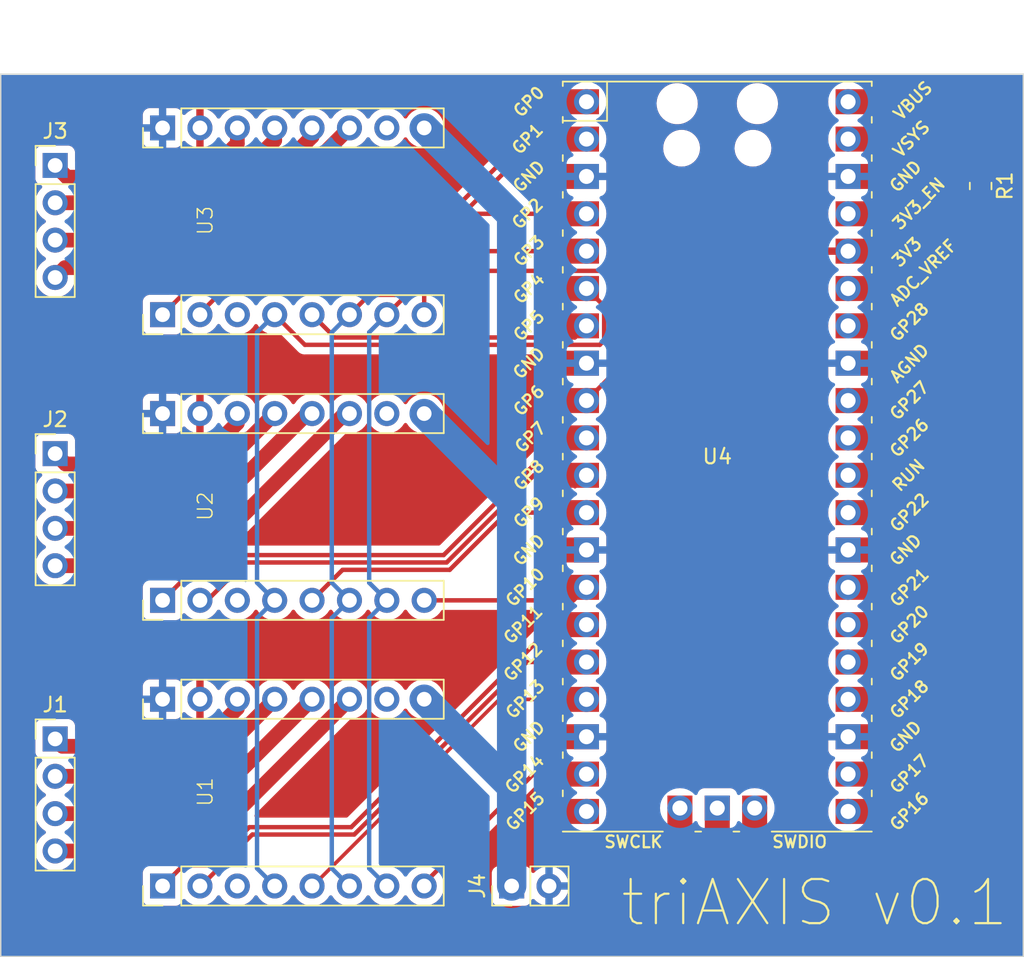
<source format=kicad_pcb>
(kicad_pcb (version 20221018) (generator pcbnew)
  (layers (0 "F.Cu" signal) (31 "B.Cu" signal) (34 "B.Paste" user) (35 "F.Paste" user) (36 "B.SilkS" user "B.Silkscreen") (37 "F.SilkS" user "F.Silkscreen") (38 "B.Mask" user) (39 "F.Mask" user) (44 "Edge.Cuts" user))
  (net 0 "")
  (net 1 "Net-(J1-Pin_1)")
  (net 2 "Net-(J1-Pin_2)")
  (net 3 "Net-(J1-Pin_3)")
  (net 4 "Net-(J1-Pin_4)")
  (net 5 "Net-(J2-Pin_1)")
  (net 6 "Net-(J2-Pin_2)")
  (net 7 "Net-(J2-Pin_3)")
  (net 8 "Net-(J2-Pin_4)")
  (net 9 "Net-(J3-Pin_1)")
  (net 10 "Net-(J3-Pin_2)")
  (net 11 "Net-(J3-Pin_3)")
  (net 12 "Net-(J3-Pin_4)")
  (net 13 "+12V")
  (net 14 "GND")
  (net 15 "Net-(U4-VSYS)")
  (net 16 "Net-(U4-3V3_EN)")
  (net 17 "+3.3V")
  (net 35 "Net-(U3-Step)")
  (net 36 "Net-(U3-En)")
  (net 37 "Net-(U3-Dir)")
  (net 38 "Net-(U3-CS)")
  (net 39 "Net-(U2-Step)")
  (net 40 "Net-(U2-En)")
  (net 41 "Net-(U2-Dir)")
  (net 42 "Net-(U2-CS)")
  (net 43 "Net-(U1-Step)")
  (net 44 "Net-(U1-SDO)")
  (net 45 "Net-(U1-SDI)")
  (net 46 "Net-(U1-SCK)")
  (net 47 "Net-(U1-En)")
  (net 48 "Net-(U1-Dir)")
  (net 49 "Net-(U1-CS)")
  (footprint "Connector_PinHeader_2.54mm:PinHeader_1x04_P2.54mm_Vertical" (layer "F.Cu") (at 75 50.8)
    (fp_text reference "J2" (at 0 -2.33) (layer "F.SilkS"))
    (fp_text value "Conn_01x04")
    (fp_line (start -1.33 -1.33) (end 0 -1.33) (stroke (width 0.12)) (layer "F.SilkS"))
    (fp_line (start -1.33 0) (end -1.33 -1.33) (stroke (width 0.12)) (layer "F.SilkS"))
    (fp_line (start -1.33 1.27) (end -1.33 8.95) (stroke (width 0.12)) (layer "F.SilkS"))
    (fp_line (start -1.33 1.27) (end 1.33 1.27) (stroke (width 0.12)) (layer "F.SilkS"))
    (fp_line (start -1.33 8.95) (end 1.33 8.95) (stroke (width 0.12)) (layer "F.SilkS"))
    (fp_line (start 1.33 1.27) (end 1.33 8.95) (stroke (width 0.12)) (layer "F.SilkS"))
    (pad "1" thru_hole rect (at 0 0) (size 1.7 1.7) (drill 1) (layers "*.Cu" "*.Mask") (net 5 "Net-(J2-Pin_1)"))
    (pad "2" thru_hole oval (at 0 2.54) (size 1.7 1.7) (drill 1) (layers "*.Cu" "*.Mask") (net 6 "Net-(J2-Pin_2)"))
    (pad "3" thru_hole oval (at 0 5.08) (size 1.7 1.7) (drill 1) (layers "*.Cu" "*.Mask") (net 7 "Net-(J2-Pin_3)"))
    (pad "4" thru_hole oval (at 0 7.62) (size 1.7 1.7) (drill 1) (layers "*.Cu" "*.Mask") (net 8 "Net-(J2-Pin_4)"))
  )
  (footprint "Connector_PinHeader_2.54mm:PinHeader_1x04_P2.54mm_Vertical" (layer "F.Cu") (at 75 70.2)
    (fp_text reference "J1" (at 0 -2.33) (layer "F.SilkS"))
    (fp_text value "Conn_01x04" hide)
    (fp_line (start -1.33 -1.33) (end 0 -1.33) (stroke (width 0.12)) (layer "F.SilkS"))
    (fp_line (start -1.33 0) (end -1.33 -1.33) (stroke (width 0.12)) (layer "F.SilkS"))
    (fp_line (start -1.33 1.27) (end -1.33 8.95) (stroke (width 0.12)) (layer "F.SilkS"))
    (fp_line (start -1.33 1.27) (end 1.33 1.27) (stroke (width 0.12)) (layer "F.SilkS"))
    (fp_line (start -1.33 8.95) (end 1.33 8.95) (stroke (width 0.12)) (layer "F.SilkS"))
    (fp_line (start 1.33 1.27) (end 1.33 8.95) (stroke (width 0.12)) (layer "F.SilkS"))
    (pad "1" thru_hole rect (at 0 0) (size 1.7 1.7) (drill 1) (layers "*.Cu" "*.Mask") (net 1 "Net-(J1-Pin_1)"))
    (pad "2" thru_hole oval (at 0 2.54) (size 1.7 1.7) (drill 1) (layers "*.Cu" "*.Mask") (net 2 "Net-(J1-Pin_2)"))
    (pad "3" thru_hole oval (at 0 5.08) (size 1.7 1.7) (drill 1) (layers "*.Cu" "*.Mask") (net 3 "Net-(J1-Pin_3)"))
    (pad "4" thru_hole oval (at 0 7.62) (size 1.7 1.7) (drill 1) (layers "*.Cu" "*.Mask") (net 4 "Net-(J1-Pin_4)"))
  )
  (footprint "motors:SILENTSTEPSTICK" (layer "F.Cu") (at 85.7 54.375 90)
    (fp_text reference "U2" (at 0 -0.5 90 unlocked) (layer "F.SilkS") (effects (font (thickness 0.1))))
    (fp_text value "~")
    (fp_line (start -7.73 -4.73) (end -6.4 -4.73) (stroke (width 0.12)) (layer "F.SilkS"))
    (fp_line (start -7.73 -3.4) (end -7.73 -4.73) (stroke (width 0.12)) (layer "F.SilkS"))
    (fp_line (start -7.73 -2.13) (end -7.73 15.71) (stroke (width 0.12)) (layer "F.SilkS"))
    (fp_line (start -7.73 -2.13) (end -5.07 -2.13) (stroke (width 0.12)) (layer "F.SilkS"))
    (fp_line (start -7.73 15.71) (end -5.07 15.71) (stroke (width 0.12)) (layer "F.SilkS"))
    (fp_line (start -5.07 -2.13) (end -5.07 15.71) (stroke (width 0.12)) (layer "F.SilkS"))
    (fp_line (start 4.97 -4.73) (end 6.3 -4.73) (stroke (width 0.12)) (layer "F.SilkS"))
    (fp_line (start 4.97 -3.4) (end 4.97 -4.73) (stroke (width 0.12)) (layer "F.SilkS"))
    (fp_line (start 4.97 -2.13) (end 4.97 15.71) (stroke (width 0.12)) (layer "F.SilkS"))
    (fp_line (start 4.97 -2.13) (end 7.63 -2.13) (stroke (width 0.12)) (layer "F.SilkS"))
    (fp_line (start 4.97 15.71) (end 7.63 15.71) (stroke (width 0.12)) (layer "F.SilkS"))
    (fp_line (start 7.63 -2.13) (end 7.63 15.71) (stroke (width 0.12)) (layer "F.SilkS"))
    (pad "1" thru_hole rect (at -6.4 -3.4 90) (size 1.7 1.7) (drill 1) (layers "*.Cu" "*.Mask") (net 41 "Net-(U2-Dir)"))
    (pad "2" thru_hole oval (at -6.4 -0.86 90) (size 1.7 1.7) (drill 1) (layers "*.Cu" "*.Mask") (net 39 "Net-(U2-Step)"))
    (pad "3" thru_hole oval (at -6.4 1.68 90) (size 1.7 1.7) (drill 1) (layers "*.Cu" "*.Mask"))
    (pad "4" thru_hole oval (at -6.4 4.22 90) (size 1.7 1.7) (drill 1) (layers "*.Cu" "*.Mask") (net 44 "Net-(U1-SDO)"))
    (pad "5" thru_hole oval (at -6.4 6.76 90) (size 1.7 1.7) (drill 1) (layers "*.Cu" "*.Mask") (net 42 "Net-(U2-CS)"))
    (pad "6" thru_hole oval (at -6.4 9.3 90) (size 1.7 1.7) (drill 1) (layers "*.Cu" "*.Mask") (net 46 "Net-(U1-SCK)"))
    (pad "7" thru_hole oval (at -6.4 11.84 90) (size 1.7 1.7) (drill 1) (layers "*.Cu" "*.Mask") (net 45 "Net-(U1-SDI)"))
    (pad "8" thru_hole oval (at -6.4 14.38 90) (size 1.7 1.7) (drill 1) (layers "*.Cu" "*.Mask") (net 40 "Net-(U2-En)"))
    (pad "9" thru_hole oval (at 6.3 14.38 90) (size 1.7 1.7) (drill 1) (layers "*.Cu" "*.Mask") (net 13 "+12V"))
    (pad "10" thru_hole oval (at 6.3 11.84 90) (size 1.7 1.7) (drill 1) (layers "*.Cu" "*.Mask"))
    (pad "11" thru_hole oval (at 6.3 9.3 90) (size 1.7 1.7) (drill 1) (layers "*.Cu" "*.Mask") (net 8 "Net-(J2-Pin_4)"))
    (pad "12" thru_hole oval (at 6.3 6.76 90) (size 1.7 1.7) (drill 1) (layers "*.Cu" "*.Mask") (net 7 "Net-(J2-Pin_3)"))
    (pad "13" thru_hole oval (at 6.3 4.22 90) (size 1.7 1.7) (drill 1) (layers "*.Cu" "*.Mask") (net 6 "Net-(J2-Pin_2)"))
    (pad "14" thru_hole oval (at 6.3 1.68 90) (size 1.7 1.7) (drill 1) (layers "*.Cu" "*.Mask") (net 5 "Net-(J2-Pin_1)"))
    (pad "15" thru_hole oval (at 6.3 -0.86 90) (size 1.7 1.7) (drill 1) (layers "*.Cu" "*.Mask") (net 17 "+3.3V"))
    (pad "16" thru_hole rect (at 6.3 -3.4 90) (size 1.7 1.7) (drill 1) (layers "*.Cu" "*.Mask") (net 14 "GND"))
  )
  (footprint "Connector_PinHeader_2.54mm:PinHeader_1x02_P2.54mm_Vertical" (layer "F.Cu") (at 106.025 80.2 90)
    (fp_text reference "J4" (at 0 -2.33 90) (layer "F.SilkS"))
    (fp_text value "Conn_01x02")
    (fp_line (start -1.33 -1.33) (end 0 -1.33) (stroke (width 0.12)) (layer "F.SilkS"))
    (fp_line (start -1.33 0) (end -1.33 -1.33) (stroke (width 0.12)) (layer "F.SilkS"))
    (fp_line (start -1.33 1.27) (end -1.33 3.87) (stroke (width 0.12)) (layer "F.SilkS"))
    (fp_line (start -1.33 1.27) (end 1.33 1.27) (stroke (width 0.12)) (layer "F.SilkS"))
    (fp_line (start -1.33 3.87) (end 1.33 3.87) (stroke (width 0.12)) (layer "F.SilkS"))
    (fp_line (start 1.33 1.27) (end 1.33 3.87) (stroke (width 0.12)) (layer "F.SilkS"))
    (pad "1" thru_hole rect (at 0 0 90) (size 1.7 1.7) (drill 1) (layers "*.Cu" "*.Mask") (net 13 "+12V"))
    (pad "2" thru_hole oval (at 0 2.54 90) (size 1.7 1.7) (drill 1) (layers "*.Cu" "*.Mask") (net 14 "GND"))
  )
  (footprint "motors:SILENTSTEPSTICK" (layer "F.Cu") (at 85.7 73.8 90)
    (fp_text reference "U1" (at 0 -0.5 90 unlocked) (layer "F.SilkS") (effects (font (thickness 0.1))))
    (fp_text value "~")
    (fp_line (start -7.73 -4.73) (end -6.4 -4.73) (stroke (width 0.12)) (layer "F.SilkS"))
    (fp_line (start -7.73 -3.4) (end -7.73 -4.73) (stroke (width 0.12)) (layer "F.SilkS"))
    (fp_line (start -7.73 -2.13) (end -7.73 15.71) (stroke (width 0.12)) (layer "F.SilkS"))
    (fp_line (start -7.73 -2.13) (end -5.07 -2.13) (stroke (width 0.12)) (layer "F.SilkS"))
    (fp_line (start -7.73 15.71) (end -5.07 15.71) (stroke (width 0.12)) (layer "F.SilkS"))
    (fp_line (start -5.07 -2.13) (end -5.07 15.71) (stroke (width 0.12)) (layer "F.SilkS"))
    (fp_line (start 4.97 -4.73) (end 6.3 -4.73) (stroke (width 0.12)) (layer "F.SilkS"))
    (fp_line (start 4.97 -3.4) (end 4.97 -4.73) (stroke (width 0.12)) (layer "F.SilkS"))
    (fp_line (start 4.97 -2.13) (end 4.97 15.71) (stroke (width 0.12)) (layer "F.SilkS"))
    (fp_line (start 4.97 -2.13) (end 7.63 -2.13) (stroke (width 0.12)) (layer "F.SilkS"))
    (fp_line (start 4.97 15.71) (end 7.63 15.71) (stroke (width 0.12)) (layer "F.SilkS"))
    (fp_line (start 7.63 -2.13) (end 7.63 15.71) (stroke (width 0.12)) (layer "F.SilkS"))
    (pad "1" thru_hole rect (at -6.4 -3.4 90) (size 1.7 1.7) (drill 1) (layers "*.Cu" "*.Mask") (net 48 "Net-(U1-Dir)"))
    (pad "2" thru_hole oval (at -6.4 -0.86 90) (size 1.7 1.7) (drill 1) (layers "*.Cu" "*.Mask") (net 43 "Net-(U1-Step)"))
    (pad "3" thru_hole oval (at -6.4 1.68 90) (size 1.7 1.7) (drill 1) (layers "*.Cu" "*.Mask"))
    (pad "4" thru_hole oval (at -6.4 4.22 90) (size 1.7 1.7) (drill 1) (layers "*.Cu" "*.Mask") (net 44 "Net-(U1-SDO)"))
    (pad "5" thru_hole oval (at -6.4 6.76 90) (size 1.7 1.7) (drill 1) (layers "*.Cu" "*.Mask") (net 49 "Net-(U1-CS)"))
    (pad "6" thru_hole oval (at -6.4 9.3 90) (size 1.7 1.7) (drill 1) (layers "*.Cu" "*.Mask") (net 46 "Net-(U1-SCK)"))
    (pad "7" thru_hole oval (at -6.4 11.84 90) (size 1.7 1.7) (drill 1) (layers "*.Cu" "*.Mask") (net 45 "Net-(U1-SDI)"))
    (pad "8" thru_hole oval (at -6.4 14.38 90) (size 1.7 1.7) (drill 1) (layers "*.Cu" "*.Mask") (net 47 "Net-(U1-En)"))
    (pad "9" thru_hole oval (at 6.3 14.38 90) (size 1.7 1.7) (drill 1) (layers "*.Cu" "*.Mask") (net 13 "+12V"))
    (pad "10" thru_hole oval (at 6.3 11.84 90) (size 1.7 1.7) (drill 1) (layers "*.Cu" "*.Mask"))
    (pad "11" thru_hole oval (at 6.3 9.3 90) (size 1.7 1.7) (drill 1) (layers "*.Cu" "*.Mask") (net 4 "Net-(J1-Pin_4)"))
    (pad "12" thru_hole oval (at 6.3 6.76 90) (size 1.7 1.7) (drill 1) (layers "*.Cu" "*.Mask") (net 3 "Net-(J1-Pin_3)"))
    (pad "13" thru_hole oval (at 6.3 4.22 90) (size 1.7 1.7) (drill 1) (layers "*.Cu" "*.Mask") (net 2 "Net-(J1-Pin_2)"))
    (pad "14" thru_hole oval (at 6.3 1.68 90) (size 1.7 1.7) (drill 1) (layers "*.Cu" "*.Mask") (net 1 "Net-(J1-Pin_1)"))
    (pad "15" thru_hole oval (at 6.3 -0.86 90) (size 1.7 1.7) (drill 1) (layers "*.Cu" "*.Mask") (net 17 "+3.3V"))
    (pad "16" thru_hole rect (at 6.3 -3.4 90) (size 1.7 1.7) (drill 1) (layers "*.Cu" "*.Mask") (net 14 "GND"))
  )
  (footprint "Connector_PinHeader_2.54mm:PinHeader_1x04_P2.54mm_Vertical" (layer "F.Cu") (at 75 31.2)
    (fp_text reference "J3" (at 0 -2.33) (layer "F.SilkS"))
    (fp_text value "Conn_01x04")
    (fp_line (start -1.33 -1.33) (end 0 -1.33) (stroke (width 0.12)) (layer "F.SilkS"))
    (fp_line (start -1.33 0) (end -1.33 -1.33) (stroke (width 0.12)) (layer "F.SilkS"))
    (fp_line (start -1.33 1.27) (end -1.33 8.95) (stroke (width 0.12)) (layer "F.SilkS"))
    (fp_line (start -1.33 1.27) (end 1.33 1.27) (stroke (width 0.12)) (layer "F.SilkS"))
    (fp_line (start -1.33 8.95) (end 1.33 8.95) (stroke (width 0.12)) (layer "F.SilkS"))
    (fp_line (start 1.33 1.27) (end 1.33 8.95) (stroke (width 0.12)) (layer "F.SilkS"))
    (pad "1" thru_hole rect (at 0 0) (size 1.7 1.7) (drill 1) (layers "*.Cu" "*.Mask") (net 9 "Net-(J3-Pin_1)"))
    (pad "2" thru_hole oval (at 0 2.54) (size 1.7 1.7) (drill 1) (layers "*.Cu" "*.Mask") (net 10 "Net-(J3-Pin_2)"))
    (pad "3" thru_hole oval (at 0 5.08) (size 1.7 1.7) (drill 1) (layers "*.Cu" "*.Mask") (net 11 "Net-(J3-Pin_3)"))
    (pad "4" thru_hole oval (at 0 7.62) (size 1.7 1.7) (drill 1) (layers "*.Cu" "*.Mask") (net 12 "Net-(J3-Pin_4)"))
  )
  (footprint "pico:RPi_Pico_SMD_TH" (layer "F.Cu") (at 120 51)
    (fp_text reference "U4" (at 0 0) (layer "F.SilkS"))
    (fp_text value "Pico")
    (fp_text user "GP20" (at 13.054 11.43 45) (layer "F.SilkS") (effects (font (size 0.8 0.8))))
    (fp_text user "GP10" (at -13.054 8.89 45) (layer "F.SilkS") (effects (font (size 0.8 0.8))))
    (fp_text user "GP14" (at -13.1 21.59 45) (layer "F.SilkS") (effects (font (size 0.8 0.8))))
    (fp_text user "GND" (at -12.8 19.05 45) (layer "F.SilkS") (effects (font (size 0.8 0.8))))
    (fp_text user "GP5" (at -12.8 -8.89 45) (layer "F.SilkS") (effects (font (size 0.8 0.8))))
    (fp_text user "VBUS" (at 13.3 -24.2 45) (layer "F.SilkS") (effects (font (size 0.8 0.8))))
    (fp_text user "GP2" (at -12.9 -16.51 45) (layer "F.SilkS") (effects (font (size 0.8 0.8))))
    (fp_text user "GP6" (at -12.8 -3.81 45) (layer "F.SilkS") (effects (font (size 0.8 0.8))))
    (fp_text user "VSYS" (at 13.2 -21.59 45) (layer "F.SilkS") (effects (font (size 0.8 0.8))))
    (fp_text user "GP7" (at -12.7 -1.3 45) (layer "F.SilkS") (effects (font (size 0.8 0.8))))
    (fp_text user "ADC_VREF" (at 14 -12.5 45) (layer "F.SilkS") (effects (font (size 0.8 0.8))))
    (fp_text user "GP8" (at -12.8 1.27 45) (layer "F.SilkS") (effects (font (size 0.8 0.8))))
    (fp_text user "GND" (at 12.8 19.05 45) (layer "F.SilkS") (effects (font (size 0.8 0.8))))
    (fp_text user "RUN" (at 13 1.27 45) (layer "F.SilkS") (effects (font (size 0.8 0.8))))
    (fp_text user "GP12" (at -13.2 13.97 45) (layer "F.SilkS") (effects (font (size 0.8 0.8))))
    (fp_text user "GP17" (at 13.054 21.59 45) (layer "F.SilkS") (effects (font (size 0.8 0.8))))
    (fp_text user "GP21" (at 13.054 8.9 45) (layer "F.SilkS") (effects (font (size 0.8 0.8))))
    (fp_text user "GP15" (at -13.054 24.13 45) (layer "F.SilkS") (effects (font (size 0.8 0.8))))
    (fp_text user "GP28" (at 13.054 -9.144 45) (layer "F.SilkS") (effects (font (size 0.8 0.8))))
    (fp_text user "GP26" (at 13.054 -1.27 45) (layer "F.SilkS") (effects (font (size 0.8 0.8))))
    (fp_text user "GND" (at 12.8 6.35 45) (layer "F.SilkS") (effects (font (size 0.8 0.8))))
    (fp_text user "SWCLK" (at -5.7 26.2) (layer "F.SilkS") (effects (font (size 0.8 0.8))))
    (fp_text user "GND" (at -12.8 -6.35 45) (layer "F.SilkS") (effects (font (size 0.8 0.8))))
    (fp_text user "GP19" (at 13.054 13.97 45) (layer "F.SilkS") (effects (font (size 0.8 0.8))))
    (fp_text user "SWDIO" (at 5.6 26.2) (layer "F.SilkS") (effects (font (size 0.8 0.8))))
    (fp_text user "GP22" (at 13.054 3.81 45) (layer "F.SilkS") (effects (font (size 0.8 0.8))))
    (fp_text user "GP1" (at -12.9 -21.6 45) (layer "F.SilkS") (effects (font (size 0.8 0.8))))
    (fp_text user "GP16" (at 13.054 24.13 45) (layer "F.SilkS") (effects (font (size 0.8 0.8))))
    (fp_text user "GP18" (at 13.054 16.51 45) (layer "F.SilkS") (effects (font (size 0.8 0.8))))
    (fp_text user "AGND" (at 13.054 -6.35 45) (layer "F.SilkS") (effects (font (size 0.8 0.8))))
    (fp_text user "GP27" (at 13.054 -3.8 45) (layer "F.SilkS") (effects (font (size 0.8 0.8))))
    (fp_text user "GP0" (at -12.8 -24.13 45) (layer "F.SilkS") (effects (font (size 0.8 0.8))))
    (fp_text user "GP3" (at -12.8 -13.97 45) (layer "F.SilkS") (effects (font (size 0.8 0.8))))
    (fp_text user "3V3" (at 12.9 -13.9 45) (layer "F.SilkS") (effects (font (size 0.8 0.8))))
    (fp_text user "GND" (at -12.8 6.35 45) (layer "F.SilkS") (effects (font (size 0.8 0.8))))
    (fp_text user "3V3_EN" (at 13.7 -17.2 45) (layer "F.SilkS") (effects (font (size 0.8 0.8))))
    (fp_text user "GP9" (at -12.8 3.81 45) (layer "F.SilkS") (effects (font (size 0.8 0.8))))
    (fp_text user "GP13" (at -13.054 16.51 45) (layer "F.SilkS") (effects (font (size 0.8 0.8))))
    (fp_text user "GP4" (at -12.8 -11.43 45) (layer "F.SilkS") (effects (font (size 0.8 0.8))))
    (fp_text user "GND" (at 12.8 -19.05 45) (layer "F.SilkS") (effects (font (size 0.8 0.8))))
    (fp_text user "GND" (at -12.8 -19.05 45) (layer "F.SilkS") (effects (font (size 0.8 0.8))))
    (fp_text user "GP11" (at -13.2 11.43 45) (layer "F.SilkS") (effects (font (size 0.8 0.8))))
    (fp_line (start -10.5 -25.5) (end -10.5 -25.2) (stroke (width 0.12)) (layer "F.SilkS"))
    (fp_line (start -10.5 -25.5) (end 10.5 -25.5) (stroke (width 0.12)) (layer "F.SilkS"))
    (fp_line (start -10.5 -23.1) (end -10.5 -22.7) (stroke (width 0.12)) (layer "F.SilkS"))
    (fp_line (start -10.5 -22.833) (end -7.493 -22.833) (stroke (width 0.12)) (layer "F.SilkS"))
    (fp_line (start -10.5 -20.5) (end -10.5 -20.1) (stroke (width 0.12)) (layer "F.SilkS"))
    (fp_line (start -10.5 -18) (end -10.5 -17.6) (stroke (width 0.12)) (layer "F.SilkS"))
    (fp_line (start -10.5 -15.4) (end -10.5 -15) (stroke (width 0.12)) (layer "F.SilkS"))
    (fp_line (start -10.5 -12.9) (end -10.5 -12.5) (stroke (width 0.12)) (layer "F.SilkS"))
    (fp_line (start -10.5 -10.4) (end -10.5 -10) (stroke (width 0.12)) (layer "F.SilkS"))
    (fp_line (start -10.5 -7.8) (end -10.5 -7.4) (stroke (width 0.12)) (layer "F.SilkS"))
    (fp_line (start -10.5 -5.3) (end -10.5 -4.9) (stroke (width 0.12)) (layer "F.SilkS"))
    (fp_line (start -10.5 -2.7) (end -10.5 -2.3) (stroke (width 0.12)) (layer "F.SilkS"))
    (fp_line (start -10.5 -0.2) (end -10.5 0.2) (stroke (width 0.12)) (layer "F.SilkS"))
    (fp_line (start -10.5 2.3) (end -10.5 2.7) (stroke (width 0.12)) (layer "F.SilkS"))
    (fp_line (start -10.5 4.9) (end -10.5 5.3) (stroke (width 0.12)) (layer "F.SilkS"))
    (fp_line (start -10.5 7.4) (end -10.5 7.8) (stroke (width 0.12)) (layer "F.SilkS"))
    (fp_line (start -10.5 10) (end -10.5 10.4) (stroke (width 0.12)) (layer "F.SilkS"))
    (fp_line (start -10.5 12.5) (end -10.5 12.9) (stroke (width 0.12)) (layer "F.SilkS"))
    (fp_line (start -10.5 15.1) (end -10.5 15.5) (stroke (width 0.12)) (layer "F.SilkS"))
    (fp_line (start -10.5 17.6) (end -10.5 18) (stroke (width 0.12)) (layer "F.SilkS"))
    (fp_line (start -10.5 20.1) (end -10.5 20.5) (stroke (width 0.12)) (layer "F.SilkS"))
    (fp_line (start -10.5 22.7) (end -10.5 23.1) (stroke (width 0.12)) (layer "F.SilkS"))
    (fp_line (start -7.493 -22.833) (end -7.493 -25.5) (stroke (width 0.12)) (layer "F.SilkS"))
    (fp_line (start -3.7 25.5) (end -10.5 25.5) (stroke (width 0.12)) (layer "F.SilkS"))
    (fp_line (start -1.5 25.5) (end -1.1 25.5) (stroke (width 0.12)) (layer "F.SilkS"))
    (fp_line (start 1.1 25.5) (end 1.5 25.5) (stroke (width 0.12)) (layer "F.SilkS"))
    (fp_line (start 10.5 -25.5) (end 10.5 -25.2) (stroke (width 0.12)) (layer "F.SilkS"))
    (fp_line (start 10.5 -23.1) (end 10.5 -22.7) (stroke (width 0.12)) (layer "F.SilkS"))
    (fp_line (start 10.5 -20.5) (end 10.5 -20.1) (stroke (width 0.12)) (layer "F.SilkS"))
    (fp_line (start 10.5 -18) (end 10.5 -17.6) (stroke (width 0.12)) (layer "F.SilkS"))
    (fp_line (start 10.5 -15.4) (end 10.5 -15) (stroke (width 0.12)) (layer "F.SilkS"))
    (fp_line (start 10.5 -12.9) (end 10.5 -12.5) (stroke (width 0.12)) (layer "F.SilkS"))
    (fp_line (start 10.5 -10.4) (end 10.5 -10) (stroke (width 0.12)) (layer "F.SilkS"))
    (fp_line (start 10.5 -7.8) (end 10.5 -7.4) (stroke (width 0.12)) (layer "F.SilkS"))
    (fp_line (start 10.5 -5.3) (end 10.5 -4.9) (stroke (width 0.12)) (layer "F.SilkS"))
    (fp_line (start 10.5 -2.7) (end 10.5 -2.3) (stroke (width 0.12)) (layer "F.SilkS"))
    (fp_line (start 10.5 -0.2) (end 10.5 0.2) (stroke (width 0.12)) (layer "F.SilkS"))
    (fp_line (start 10.5 2.3) (end 10.5 2.7) (stroke (width 0.12)) (layer "F.SilkS"))
    (fp_line (start 10.5 4.9) (end 10.5 5.3) (stroke (width 0.12)) (layer "F.SilkS"))
    (fp_line (start 10.5 7.4) (end 10.5 7.8) (stroke (width 0.12)) (layer "F.SilkS"))
    (fp_line (start 10.5 10) (end 10.5 10.4) (stroke (width 0.12)) (layer "F.SilkS"))
    (fp_line (start 10.5 12.5) (end 10.5 12.9) (stroke (width 0.12)) (layer "F.SilkS"))
    (fp_line (start 10.5 15.1) (end 10.5 15.5) (stroke (width 0.12)) (layer "F.SilkS"))
    (fp_line (start 10.5 17.6) (end 10.5 18) (stroke (width 0.12)) (layer "F.SilkS"))
    (fp_line (start 10.5 20.1) (end 10.5 20.5) (stroke (width 0.12)) (layer "F.SilkS"))
    (fp_line (start 10.5 22.7) (end 10.5 23.1) (stroke (width 0.12)) (layer "F.SilkS"))
    (fp_line (start 10.5 25.5) (end 3.7 25.5) (stroke (width 0.12)) (layer "F.SilkS"))
    (pad "" np_thru_hole oval (at -2.725 -24) (size 1.8 1.8) (drill 1.8) (layers "*.Cu" "*.Mask"))
    (pad "" np_thru_hole oval (at -2.425 -20.97) (size 1.5 1.5) (drill 1.5) (layers "*.Cu" "*.Mask"))
    (pad "" np_thru_hole oval (at 2.425 -20.97) (size 1.5 1.5) (drill 1.5) (layers "*.Cu" "*.Mask"))
    (pad "" np_thru_hole oval (at 2.725 -24) (size 1.8 1.8) (drill 1.8) (layers "*.Cu" "*.Mask"))
    (pad "1" thru_hole oval (at -8.89 -24.13) (size 1.7 1.7) (drill 1.02) (layers "*.Cu" "*.Mask") (net 37 "Net-(U3-Dir)"))
    (pad "1" smd rect (at -8.89 -24.13) (size 3.5 1.7) (drill (offset -0.9 0)) (layers "F.Cu" "F.Mask") (net 37 "Net-(U3-Dir)"))
    (pad "2" thru_hole oval (at -8.89 -21.59) (size 1.7 1.7) (drill 1.02) (layers "*.Cu" "*.Mask") (net 35 "Net-(U3-Step)"))
    (pad "2" smd rect (at -8.89 -21.59) (size 3.5 1.7) (drill (offset -0.9 0)) (layers "F.Cu" "F.Mask") (net 35 "Net-(U3-Step)"))
    (pad "3" thru_hole rect (at -8.89 -19.05) (size 1.7 1.7) (drill 1.02) (layers "*.Cu" "*.Mask") (net 14 "GND"))
    (pad "3" smd rect (at -8.89 -19.05) (size 3.5 1.7) (drill (offset -0.9 0)) (layers "F.Cu" "F.Mask") (net 14 "GND"))
    (pad "4" thru_hole oval (at -8.89 -16.51) (size 1.7 1.7) (drill 1.02) (layers "*.Cu" "*.Mask") (net 46 "Net-(U1-SCK)"))
    (pad "4" smd rect (at -8.89 -16.51) (size 3.5 1.7) (drill (offset -0.9 0)) (layers "F.Cu" "F.Mask") (net 46 "Net-(U1-SCK)"))
    (pad "5" thru_hole oval (at -8.89 -13.97) (size 1.7 1.7) (drill 1.02) (layers "*.Cu" "*.Mask") (net 45 "Net-(U1-SDI)"))
    (pad "5" smd rect (at -8.89 -13.97) (size 3.5 1.7) (drill (offset -0.9 0)) (layers "F.Cu" "F.Mask") (net 45 "Net-(U1-SDI)"))
    (pad "6" thru_hole oval (at -8.89 -11.43) (size 1.7 1.7) (drill 1.02) (layers "*.Cu" "*.Mask") (net 44 "Net-(U1-SDO)"))
    (pad "6" smd rect (at -8.89 -11.43) (size 3.5 1.7) (drill (offset -0.9 0)) (layers "F.Cu" "F.Mask") (net 44 "Net-(U1-SDO)"))
    (pad "7" thru_hole oval (at -8.89 -8.89) (size 1.7 1.7) (drill 1.02) (layers "*.Cu" "*.Mask") (net 38 "Net-(U3-CS)"))
    (pad "7" smd rect (at -8.89 -8.89) (size 3.5 1.7) (drill (offset -0.9 0)) (layers "F.Cu" "F.Mask") (net 38 "Net-(U3-CS)"))
    (pad "8" thru_hole rect (at -8.89 -6.35) (size 1.7 1.7) (drill 1.02) (layers "*.Cu" "*.Mask") (net 14 "GND"))
    (pad "8" smd rect (at -8.89 -6.35) (size 3.5 1.7) (drill (offset -0.9 0)) (layers "F.Cu" "F.Mask") (net 14 "GND"))
    (pad "9" thru_hole oval (at -8.89 -3.81) (size 1.7 1.7) (drill 1.02) (layers "*.Cu" "*.Mask") (net 36 "Net-(U3-En)"))
    (pad "9" smd rect (at -8.89 -3.81) (size 3.5 1.7) (drill (offset -0.9 0)) (layers "F.Cu" "F.Mask") (net 36 "Net-(U3-En)"))
    (pad "10" thru_hole oval (at -8.89 -1.27) (size 1.7 1.7) (drill 1.02) (layers "*.Cu" "*.Mask") (net 41 "Net-(U2-Dir)"))
    (pad "10" smd rect (at -8.89 -1.27) (size 3.5 1.7) (drill (offset -0.9 0)) (layers "F.Cu" "F.Mask") (net 41 "Net-(U2-Dir)"))
    (pad "11" thru_hole oval (at -8.89 1.27) (size 1.7 1.7) (drill 1.02) (layers "*.Cu" "*.Mask") (net 39 "Net-(U2-Step)"))
    (pad "11" smd rect (at -8.89 1.27) (size 3.5 1.7) (drill (offset -0.9 0)) (layers "F.Cu" "F.Mask") (net 39 "Net-(U2-Step)"))
    (pad "12" thru_hole oval (at -8.89 3.81) (size 1.7 1.7) (drill 1.02) (layers "*.Cu" "*.Mask") (net 42 "Net-(U2-CS)"))
    (pad "12" smd rect (at -8.89 3.81) (size 3.5 1.7) (drill (offset -0.9 0)) (layers "F.Cu" "F.Mask") (net 42 "Net-(U2-CS)"))
    (pad "13" thru_hole rect (at -8.89 6.35) (size 1.7 1.7) (drill 1.02) (layers "*.Cu" "*.Mask") (net 14 "GND"))
    (pad "13" smd rect (at -8.89 6.35) (size 3.5 1.7) (drill (offset -0.9 0)) (layers "F.Cu" "F.Mask") (net 14 "GND"))
    (pad "14" thru_hole oval (at -8.89 8.89) (size 1.7 1.7) (drill 1.02) (layers "*.Cu" "*.Mask") (net 40 "Net-(U2-En)"))
    (pad "14" smd rect (at -8.89 8.89) (size 3.5 1.7) (drill (offset -0.9 0)) (layers "F.Cu" "F.Mask") (net 40 "Net-(U2-En)"))
    (pad "15" thru_hole oval (at -8.89 11.43) (size 1.7 1.7) (drill 1.02) (layers "*.Cu" "*.Mask") (net 48 "Net-(U1-Dir)"))
    (pad "15" smd rect (at -8.89 11.43) (size 3.5 1.7) (drill (offset -0.9 0)) (layers "F.Cu" "F.Mask") (net 48 "Net-(U1-Dir)"))
    (pad "16" thru_hole oval (at -8.89 13.97) (size 1.7 1.7) (drill 1.02) (layers "*.Cu" "*.Mask") (net 43 "Net-(U1-Step)"))
    (pad "16" smd rect (at -8.89 13.97) (size 3.5 1.7) (drill (offset -0.9 0)) (layers "F.Cu" "F.Mask") (net 43 "Net-(U1-Step)"))
    (pad "17" thru_hole oval (at -8.89 16.51) (size 1.7 1.7) (drill 1.02) (layers "*.Cu" "*.Mask") (net 49 "Net-(U1-CS)"))
    (pad "17" smd rect (at -8.89 16.51) (size 3.5 1.7) (drill (offset -0.9 0)) (layers "F.Cu" "F.Mask") (net 49 "Net-(U1-CS)"))
    (pad "18" thru_hole rect (at -8.89 19.05) (size 1.7 1.7) (drill 1.02) (layers "*.Cu" "*.Mask") (net 14 "GND"))
    (pad "18" smd rect (at -8.89 19.05) (size 3.5 1.7) (drill (offset -0.9 0)) (layers "F.Cu" "F.Mask") (net 14 "GND"))
    (pad "19" thru_hole oval (at -8.89 21.59) (size 1.7 1.7) (drill 1.02) (layers "*.Cu" "*.Mask") (net 47 "Net-(U1-En)"))
    (pad "19" smd rect (at -8.89 21.59) (size 3.5 1.7) (drill (offset -0.9 0)) (layers "F.Cu" "F.Mask") (net 47 "Net-(U1-En)"))
    (pad "20" thru_hole oval (at -8.89 24.13) (size 1.7 1.7) (drill 1.02) (layers "*.Cu" "*.Mask"))
    (pad "20" smd rect (at -8.89 24.13) (size 3.5 1.7) (drill (offset -0.9 0)) (layers "F.Cu" "F.Mask"))
    (pad "21" thru_hole oval (at 8.89 24.13) (size 1.7 1.7) (drill 1.02) (layers "*.Cu" "*.Mask"))
    (pad "21" smd rect (at 8.89 24.13) (size 3.5 1.7) (drill (offset 0.9 0)) (layers "F.Cu" "F.Mask"))
    (pad "22" thru_hole oval (at 8.89 21.59) (size 1.7 1.7) (drill 1.02) (layers "*.Cu" "*.Mask"))
    (pad "22" smd rect (at 8.89 21.59) (size 3.5 1.7) (drill (offset 0.9 0)) (layers "F.Cu" "F.Mask"))
    (pad "23" thru_hole rect (at 8.89 19.05) (size 1.7 1.7) (drill 1.02) (layers "*.Cu" "*.Mask") (net 14 "GND"))
    (pad "23" smd rect (at 8.89 19.05) (size 3.5 1.7) (drill (offset 0.9 0)) (layers "F.Cu" "F.Mask") (net 14 "GND"))
    (pad "24" thru_hole oval (at 8.89 16.51) (size 1.7 1.7) (drill 1.02) (layers "*.Cu" "*.Mask"))
    (pad "24" smd rect (at 8.89 16.51) (size 3.5 1.7) (drill (offset 0.9 0)) (layers "F.Cu" "F.Mask"))
    (pad "25" thru_hole oval (at 8.89 13.97) (size 1.7 1.7) (drill 1.02) (layers "*.Cu" "*.Mask"))
    (pad "25" smd rect (at 8.89 13.97) (size 3.5 1.7) (drill (offset 0.9 0)) (layers "F.Cu" "F.Mask"))
    (pad "26" thru_hole oval (at 8.89 11.43) (size 1.7 1.7) (drill 1.02) (layers "*.Cu" "*.Mask"))
    (pad "26" smd rect (at 8.89 11.43) (size 3.5 1.7) (drill (offset 0.9 0)) (layers "F.Cu" "F.Mask"))
    (pad "27" thru_hole oval (at 8.89 8.89) (size 1.7 1.7) (drill 1.02) (layers "*.Cu" "*.Mask"))
    (pad "27" smd rect (at 8.89 8.89) (size 3.5 1.7) (drill (offset 0.9 0)) (layers "F.Cu" "F.Mask"))
    (pad "28" thru_hole rect (at 8.89 6.35) (size 1.7 1.7) (drill 1.02) (layers "*.Cu" "*.Mask") (net 14 "GND"))
    (pad "28" smd rect (at 8.89 6.35) (size 3.5 1.7) (drill (offset 0.9 0)) (layers "F.Cu" "F.Mask") (net 14 "GND"))
    (pad "29" thru_hole oval (at 8.89 3.81) (size 1.7 1.7) (drill 1.02) (layers "*.Cu" "*.Mask"))
    (pad "29" smd rect (at 8.89 3.81) (size 3.5 1.7) (drill (offset 0.9 0)) (layers "F.Cu" "F.Mask"))
    (pad "30" thru_hole oval (at 8.89 1.27) (size 1.7 1.7) (drill 1.02) (layers "*.Cu" "*.Mask"))
    (pad "30" smd rect (at 8.89 1.27) (size 3.5 1.7) (drill (offset 0.9 0)) (layers "F.Cu" "F.Mask"))
    (pad "31" thru_hole oval (at 8.89 -1.27) (size 1.7 1.7) (drill 1.02) (layers "*.Cu" "*.Mask"))
    (pad "31" smd rect (at 8.89 -1.27) (size 3.5 1.7) (drill (offset 0.9 0)) (layers "F.Cu" "F.Mask"))
    (pad "32" thru_hole oval (at 8.89 -3.81) (size 1.7 1.7) (drill 1.02) (layers "*.Cu" "*.Mask"))
    (pad "32" smd rect (at 8.89 -3.81) (size 3.5 1.7) (drill (offset 0.9 0)) (layers "F.Cu" "F.Mask"))
    (pad "33" thru_hole rect (at 8.89 -6.35) (size 1.7 1.7) (drill 1.02) (layers "*.Cu" "*.Mask") (net 14 "GND"))
    (pad "33" smd rect (at 8.89 -6.35) (size 3.5 1.7) (drill (offset 0.9 0)) (layers "F.Cu" "F.Mask") (net 14 "GND"))
    (pad "34" thru_hole oval (at 8.89 -8.89) (size 1.7 1.7) (drill 1.02) (layers "*.Cu" "*.Mask"))
    (pad "34" smd rect (at 8.89 -8.89) (size 3.5 1.7) (drill (offset 0.9 0)) (layers "F.Cu" "F.Mask"))
    (pad "35" thru_hole oval (at 8.89 -11.43) (size 1.7 1.7) (drill 1.02) (layers "*.Cu" "*.Mask"))
    (pad "35" smd rect (at 8.89 -11.43) (size 3.5 1.7) (drill (offset 0.9 0)) (layers "F.Cu" "F.Mask"))
    (pad "36" thru_hole oval (at 8.89 -13.97) (size 1.7 1.7) (drill 1.02) (layers "*.Cu" "*.Mask") (net 17 "+3.3V"))
    (pad "36" smd rect (at 8.89 -13.97) (size 3.5 1.7) (drill (offset 0.9 0)) (layers "F.Cu" "F.Mask") (net 17 "+3.3V"))
    (pad "37" thru_hole oval (at 8.89 -16.51) (size 1.7 1.7) (drill 1.02) (layers "*.Cu" "*.Mask") (net 16 "Net-(U4-3V3_EN)"))
    (pad "37" smd rect (at 8.89 -16.51) (size 3.5 1.7) (drill (offset 0.9 0)) (layers "F.Cu" "F.Mask") (net 16 "Net-(U4-3V3_EN)"))
    (pad "38" thru_hole rect (at 8.89 -19.05) (size 1.7 1.7) (drill 1.02) (layers "*.Cu" "*.Mask") (net 14 "GND"))
    (pad "38" smd rect (at 8.89 -19.05) (size 3.5 1.7) (drill (offset 0.9 0)) (layers "F.Cu" "F.Mask") (net 14 "GND"))
    (pad "39" thru_hole oval (at 8.89 -21.59) (size 1.7 1.7) (drill 1.02) (layers "*.Cu" "*.Mask") (net 15 "Net-(U4-VSYS)"))
    (pad "39" smd rect (at 8.89 -21.59) (size 3.5 1.7) (drill (offset 0.9 0)) (layers "F.Cu" "F.Mask") (net 15 "Net-(U4-VSYS)"))
    (pad "40" thru_hole oval (at 8.89 -24.13) (size 1.7 1.7) (drill 1.02) (layers "*.Cu" "*.Mask"))
    (pad "40" smd rect (at 8.89 -24.13) (size 3.5 1.7) (drill (offset 0.9 0)) (layers "F.Cu" "F.Mask"))
    (pad "41" thru_hole oval (at -2.54 23.9) (size 1.7 1.7) (drill 1.02) (layers "*.Cu" "*.Mask"))
    (pad "41" smd rect (at -2.54 23.9 90) (size 3.5 1.7) (drill (offset -0.9 0)) (layers "F.Cu" "F.Mask"))
    (pad "42" thru_hole rect (at 0 23.9) (size 1.7 1.7) (drill 1.02) (layers "*.Cu" "*.Mask"))
    (pad "42" smd rect (at 0 23.9 90) (size 3.5 1.7) (drill (offset -0.9 0)) (layers "F.Cu" "F.Mask"))
    (pad "43" thru_hole oval (at 2.54 23.9) (size 1.7 1.7) (drill 1.02) (layers "*.Cu" "*.Mask"))
    (pad "43" smd rect (at 2.54 23.9 90) (size 3.5 1.7) (drill (offset -0.9 0)) (layers "F.Cu" "F.Mask"))
  )
  (footprint "motors:SILENTSTEPSTICK" (layer "F.Cu") (at 85.7 34.95 90)
    (fp_text reference "U3" (at 0 -0.5 90 unlocked) (layer "F.SilkS") (effects (font (thickness 0.1))))
    (fp_text value "~")
    (fp_line (start -7.73 -4.73) (end -6.4 -4.73) (stroke (width 0.12)) (layer "F.SilkS"))
    (fp_line (start -7.73 -3.4) (end -7.73 -4.73) (stroke (width 0.12)) (layer "F.SilkS"))
    (fp_line (start -7.73 -2.13) (end -7.73 15.71) (stroke (width 0.12)) (layer "F.SilkS"))
    (fp_line (start -7.73 -2.13) (end -5.07 -2.13) (stroke (width 0.12)) (layer "F.SilkS"))
    (fp_line (start -7.73 15.71) (end -5.07 15.71) (stroke (width 0.12)) (layer "F.SilkS"))
    (fp_line (start -5.07 -2.13) (end -5.07 15.71) (stroke (width 0.12)) (layer "F.SilkS"))
    (fp_line (start 4.97 -4.73) (end 6.3 -4.73) (stroke (width 0.12)) (layer "F.SilkS"))
    (fp_line (start 4.97 -3.4) (end 4.97 -4.73) (stroke (width 0.12)) (layer "F.SilkS"))
    (fp_line (start 4.97 -2.13) (end 4.97 15.71) (stroke (width 0.12)) (layer "F.SilkS"))
    (fp_line (start 4.97 -2.13) (end 7.63 -2.13) (stroke (width 0.12)) (layer "F.SilkS"))
    (fp_line (start 4.97 15.71) (end 7.63 15.71) (stroke (width 0.12)) (layer "F.SilkS"))
    (fp_line (start 7.63 -2.13) (end 7.63 15.71) (stroke (width 0.12)) (layer "F.SilkS"))
    (pad "1" thru_hole rect (at -6.4 -3.4 90) (size 1.7 1.7) (drill 1) (layers "*.Cu" "*.Mask") (net 37 "Net-(U3-Dir)"))
    (pad "2" thru_hole oval (at -6.4 -0.86 90) (size 1.7 1.7) (drill 1) (layers "*.Cu" "*.Mask") (net 35 "Net-(U3-Step)"))
    (pad "3" thru_hole oval (at -6.4 1.68 90) (size 1.7 1.7) (drill 1) (layers "*.Cu" "*.Mask"))
    (pad "4" thru_hole oval (at -6.4 4.22 90) (size 1.7 1.7) (drill 1) (layers "*.Cu" "*.Mask") (net 44 "Net-(U1-SDO)"))
    (pad "5" thru_hole oval (at -6.4 6.76 90) (size 1.7 1.7) (drill 1) (layers "*.Cu" "*.Mask") (net 38 "Net-(U3-CS)"))
    (pad "6" thru_hole oval (at -6.4 9.3 90) (size 1.7 1.7) (drill 1) (layers "*.Cu" "*.Mask") (net 46 "Net-(U1-SCK)"))
    (pad "7" thru_hole oval (at -6.4 11.84 90) (size 1.7 1.7) (drill 1) (layers "*.Cu" "*.Mask") (net 45 "Net-(U1-SDI)"))
    (pad "8" thru_hole oval (at -6.4 14.38 90) (size 1.7 1.7) (drill 1) (layers "*.Cu" "*.Mask") (net 36 "Net-(U3-En)"))
    (pad "9" thru_hole oval (at 6.3 14.38 90) (size 1.7 1.7) (drill 1) (layers "*.Cu" "*.Mask") (net 13 "+12V"))
    (pad "10" thru_hole oval (at 6.3 11.84 90) (size 1.7 1.7) (drill 1) (layers "*.Cu" "*.Mask"))
    (pad "11" thru_hole oval (at 6.3 9.3 90) (size 1.7 1.7) (drill 1) (layers "*.Cu" "*.Mask") (net 12 "Net-(J3-Pin_4)"))
    (pad "12" thru_hole oval (at 6.3 6.76 90) (size 1.7 1.7) (drill 1) (layers "*.Cu" "*.Mask") (net 11 "Net-(J3-Pin_3)"))
    (pad "13" thru_hole oval (at 6.3 4.22 90) (size 1.7 1.7) (drill 1) (layers "*.Cu" "*.Mask") (net 10 "Net-(J3-Pin_2)"))
    (pad "14" thru_hole oval (at 6.3 1.68 90) (size 1.7 1.7) (drill 1) (layers "*.Cu" "*.Mask") (net 9 "Net-(J3-Pin_1)"))
    (pad "15" thru_hole oval (at 6.3 -0.86 90) (size 1.7 1.7) (drill 1) (layers "*.Cu" "*.Mask") (net 17 "+3.3V"))
    (pad "16" thru_hole rect (at 6.3 -3.4 90) (size 1.7 1.7) (drill 1) (layers "*.Cu" "*.Mask") (net 14 "GND"))
  )
  (footprint "Resistor_SMD:R_0805_2012Metric" (layer "F.Cu") (at 137.9 32.6 -90)
    (fp_text reference "R1" (at 0 -1.65 90) (layer "F.SilkS"))
    (fp_text value "100K")
    (fp_line (start -0.227064 -0.735) (end 0.227064 -0.735) (stroke (width 0.12)) (layer "F.SilkS"))
    (fp_line (start -0.227064 0.735) (end 0.227064 0.735) (stroke (width 0.12)) (layer "F.SilkS"))
    (pad "1" smd roundrect (at -0.9125 0 270) (size 1.025 1.4) (layers "F.Cu" "F.Paste" "F.Mask") (roundrect_rratio 0.243902439) (net 15 "Net-(U4-VSYS)"))
    (pad "2" smd roundrect (at 0.9125 0 270) (size 1.025 1.4) (layers "F.Cu" "F.Paste" "F.Mask") (roundrect_rratio 0.243902439) (net 16 "Net-(U4-3V3_EN)"))
  )
  (gr_line (start 140.8 25) (end 71.3 25) (stroke (width 0.1)) (layer "Edge.Cuts"))
  (gr_line (start 140.8 85) (end 140.8 25) (stroke (width 0.1)) (layer "Edge.Cuts"))
  (gr_line (start 71.3 85) (end 140.8 85) (stroke (width 0.1)) (layer "Edge.Cuts"))
  (gr_line (start 71.3 25) (end 71.3 85) (stroke (width 0.1)) (layer "Edge.Cuts"))
  (gr_text "triAXIS v0.1" (at 113.3 83.1) (layer "F.SilkS") (effects (font (size 3 3)) (justify left bottom)))
  (segment (start 84.8 70.7) (end 87.38 68.12) (width 1) (layer "F.Cu") (net 1))
  (segment (start 87.38 68.12) (end 87.38 67.5) (width 1) (layer "F.Cu") (net 1))
  (segment (start 75.5 70.7) (end 84.8 70.7) (width 1) (layer "F.Cu") (net 1))
  (segment (start 75 70.2) (end 75.5 70.7) (width 1) (layer "F.Cu") (net 1))
  (segment (start 84.68 72.74) (end 89.92 67.5) (width 1) (layer "F.Cu") (net 2))
  (segment (start 75 72.74) (end 84.68 72.74) (width 1) (layer "F.Cu") (net 2))
  (segment (start 84.68 75.28) (end 92.46 67.5) (width 1) (layer "F.Cu") (net 3))
  (segment (start 75 75.28) (end 84.68 75.28) (width 1) (layer "F.Cu") (net 3))
  (segment (start 75 77.82) (end 84.68 77.82) (width 1) (layer "F.Cu") (net 4))
  (segment (start 84.68 77.82) (end 95 67.5) (width 1) (layer "F.Cu") (net 4))
  (segment (start 75.7 51.5) (end 84.6 51.5) (width 1) (layer "F.Cu") (net 5))
  (segment (start 84.6 51.5) (end 87.38 48.72) (width 1) (layer "F.Cu") (net 5))
  (segment (start 87.38 48.72) (end 87.38 48.075) (width 1) (layer "F.Cu") (net 5))
  (segment (start 75 50.8) (end 75.7 51.5) (width 1) (layer "F.Cu") (net 5))
  (segment (start 75 53.34) (end 84.655 53.34) (width 1) (layer "F.Cu") (net 6))
  (segment (start 84.655 53.34) (end 89.92 48.075) (width 1) (layer "F.Cu") (net 6))
  (segment (start 84.331218 55.88) (end 92.136218 48.075) (width 1) (layer "F.Cu") (net 7))
  (segment (start 92.46 48.74) (end 92.46 48.075) (width 0.25) (layer "F.Cu") (net 7))
  (segment (start 75 55.88) (end 84.331218 55.88) (width 1) (layer "F.Cu") (net 7))
  (segment (start 92.136218 48.075) (end 92.46 48.075) (width 1) (layer "F.Cu") (net 7))
  (segment (start 94.683274 48.075) (end 95 48.075) (width 1) (layer "F.Cu") (net 8))
  (segment (start 75 58.42) (end 84.338274 58.42) (width 1) (layer "F.Cu") (net 8))
  (segment (start 84.338274 58.42) (end 94.683274 48.075) (width 1) (layer "F.Cu") (net 8))
  (segment (start 75 31.2) (end 75.8 32) (width 1) (layer "F.Cu") (net 9))
  (segment (start 75.8 32) (end 85.1 32) (width 1) (layer "F.Cu") (net 9))
  (segment (start 87.38 29.72) (end 87.38 28.65) (width 1) (layer "F.Cu") (net 9))
  (segment (start 85.1 32) (end 87.38 29.72) (width 1) (layer "F.Cu") (net 9))
  (segment (start 89.92 28.65) (end 89.92 29.495344) (width 1) (layer "F.Cu") (net 10))
  (segment (start 85.675344 33.74) (end 75 33.74) (width 1) (layer "F.Cu") (net 10))
  (segment (start 89.92 29.495344) (end 85.675344 33.74) (width 1) (layer "F.Cu") (net 10))
  (segment (start 85.42 36.28) (end 92.46 29.24) (width 1) (layer "F.Cu") (net 11))
  (segment (start 75 36.28) (end 85.42 36.28) (width 1) (layer "F.Cu") (net 11))
  (segment (start 92.46 29.24) (end 92.46 28.65) (width 1) (layer "F.Cu") (net 11))
  (segment (start 75.67 38.15) (end 85.5 38.15) (width 1) (layer "F.Cu") (net 12))
  (segment (start 75 38.82) (end 75.67 38.15) (width 1) (layer "F.Cu") (net 12))
  (segment (start 85.5 38.15) (end 95 28.65) (width 1) (layer "F.Cu") (net 12))
  (segment (start 106.025 80.2) (end 106.025 73.445) (width 2) (layer "B.Cu") (net 13))
  (segment (start 106.025 34.595) (end 100.08 28.65) (width 2) (layer "B.Cu") (net 13))
  (segment (start 106.025 73.445) (end 100.08 67.5) (width 2) (layer "B.Cu") (net 13))
  (segment (start 106.025 73.445) (end 106.025 34.595) (width 2) (layer "B.Cu") (net 13))
  (segment (start 106.025 54.02) (end 100.08 48.075) (width 2) (layer "B.Cu") (net 13))
  (segment (start 128.89 29.41) (end 135.6225 29.41) (width 0.3) (layer "F.Cu") (net 15))
  (segment (start 135.6225 29.41) (end 137.9 31.6875) (width 0.3) (layer "F.Cu") (net 15))
  (segment (start 137.9 33.7) (end 137.11 34.49) (width 0.3) (layer "F.Cu") (net 16))
  (segment (start 137.9 33.5125) (end 137.9 33.7) (width 0.3) (layer "F.Cu") (net 16))
  (segment (start 137.11 34.49) (end 128.89 34.49) (width 0.3) (layer "F.Cu") (net 16))
  (segment (start 128.89 37.03) (end 128.74005 37.03) (width 1) (layer "F.Cu") (net 17))
  (segment (start 84.84 28.50005) (end 84.84 28.65) (width 1) (layer "F.Cu") (net 17))
  (segment (start 97.7 39.5) (end 103.7 33.5) (width 0.3) (layer "F.Cu") (net 35))
  (segment (start 84.84 41.35) (end 84.84 41.26) (width 0.3) (layer "F.Cu") (net 35))
  (segment (start 86.6 39.5) (end 97.7 39.5) (width 0.3) (layer "F.Cu") (net 35))
  (segment (start 103.7 33.5) (end 107.79 29.41) (width 0.3) (layer "F.Cu") (net 35))
  (segment (start 84.84 41.26) (end 86.6 39.5) (width 0.3) (layer "F.Cu") (net 35))
  (segment (start 107.79 29.41) (end 111.11 29.41) (width 0.3) (layer "F.Cu") (net 35))
  (segment (start 112.17 38.37) (end 112.9 39.1) (width 0.3) (layer "F.Cu") (net 36))
  (segment (start 112.9 45.4) (end 111.11 47.19) (width 0.3) (layer "F.Cu") (net 36))
  (segment (start 101.33 38.37) (end 112.17 38.37) (width 0.3) (layer "F.Cu") (net 36))
  (segment (start 100.08 41.35) (end 100.08 39.62) (width 0.3) (layer "F.Cu") (net 36))
  (segment (start 100.08 39.62) (end 101.33 38.37) (width 0.3) (layer "F.Cu") (net 36))
  (segment (start 112.9 39.1) (end 112.9 45.4) (width 0.3) (layer "F.Cu") (net 36))
  (segment (start 82.3 41.35) (end 84.65 39) (width 0.3) (layer "F.Cu") (net 37))
  (segment (start 97.3 39) (end 109.43 26.87) (width 0.3) (layer "F.Cu") (net 37))
  (segment (start 109.43 26.87) (end 111.11 26.87) (width 0.3) (layer "F.Cu") (net 37))
  (segment (start 84.65 39) (end 97.3 39) (width 0.3) (layer "F.Cu") (net 37))
  (segment (start 92.46 41.35) (end 94.01 42.9) (width 0.3) (layer "F.Cu") (net 38))
  (segment (start 111.11 42.11) (end 110.72962 42.11) (width 0.25) (layer "F.Cu") (net 38))
  (segment (start 94.01 42.9) (end 110.32 42.9) (width 0.3) (layer "F.Cu") (net 38))
  (segment (start 110.32 42.9) (end 111.11 42.11) (width 0.3) (layer "F.Cu") (net 38))
  (segment (start 85.332106 60.775) (end 87.907106 58.2) (width 0.3) (layer "F.Cu") (net 39))
  (segment (start 107.537106 52.27) (end 111.11 52.27) (width 0.3) (layer "F.Cu") (net 39))
  (segment (start 84.84 60.775) (end 85.332106 60.775) (width 0.3) (layer "F.Cu") (net 39))
  (segment (start 110.33 53.05) (end 111.11 52.27) (width 0.25) (layer "F.Cu") (net 39))
  (segment (start 87.907106 58.2) (end 101.607106 58.2) (width 0.3) (layer "F.Cu") (net 39))
  (segment (start 101.607106 58.2) (end 107.537106 52.27) (width 0.3) (layer "F.Cu") (net 39))
  (segment (start 110.225 60.775) (end 111.11 59.89) (width 0.3) (layer "F.Cu") (net 40))
  (segment (start 100.08 60.775) (end 110.225 60.775) (width 0.3) (layer "F.Cu") (net 40))
  (segment (start 86.1 59.3) (end 87.7 57.7) (width 0.3) (layer "F.Cu") (net 41))
  (segment (start 83.775 59.3) (end 86.1 59.3) (width 0.3) (layer "F.Cu") (net 41))
  (segment (start 82.3 60.775) (end 83.775 59.3) (width 0.3) (layer "F.Cu") (net 41))
  (segment (start 87.7 57.7) (end 101.4 57.7) (width 0.3) (layer "F.Cu") (net 41))
  (segment (start 109.37 49.73) (end 111.11 49.73) (width 0.3) (layer "F.Cu") (net 41))
  (segment (start 101.4 57.7) (end 109.37 49.73) (width 0.3) (layer "F.Cu") (net 41))
  (segment (start 105.704212 54.81) (end 111.11 54.81) (width 0.3) (layer "F.Cu") (net 42))
  (segment (start 94.535 58.7) (end 101.814212 58.7) (width 0.3) (layer "F.Cu") (net 42))
  (segment (start 92.46 60.775) (end 94.535 58.7) (width 0.3) (layer "F.Cu") (net 42))
  (segment (start 101.814212 58.7) (end 105.704212 54.81) (width 0.3) (layer "F.Cu") (net 42))
  (segment (start 109.69038 64.97) (end 111.11 64.97) (width 0.25) (layer "F.Cu") (net 43))
  (segment (start 84.9 80.2) (end 88.4 76.7) (width 0.3) (layer "F.Cu") (net 43))
  (segment (start 95.328248 76.7) (end 107.058249 64.97) (width 0.3) (layer "F.Cu") (net 43))
  (segment (start 88.4 76.7) (end 95.328248 76.7) (width 0.3) (layer "F.Cu") (net 43))
  (segment (start 107.058249 64.97) (end 111.11 64.97) (width 0.3) (layer "F.Cu") (net 43))
  (segment (start 84.84 80.2) (end 84.9 80.2) (width 0.3) (layer "F.Cu") (net 43))
  (segment (start 91.97 43.4) (end 89.92 41.35) (width 0.3) (layer "F.Cu") (net 44))
  (segment (start 112.31 43.104976) (end 112.014976 43.4) (width 0.3) (layer "F.Cu") (net 44))
  (segment (start 112.014976 43.4) (end 91.97 43.4) (width 0.3) (layer "F.Cu") (net 44))
  (segment (start 111.11 39.57) (end 112.31 40.77) (width 0.3) (layer "F.Cu") (net 44))
  (segment (start 112.31 40.77) (end 112.31 43.104976) (width 0.3) (layer "F.Cu") (net 44))
  (segment (start 89.92 60.775) (end 88.72 59.575) (width 0.3) (layer "B.Cu") (net 44))
  (segment (start 89.92 80.2) (end 88.72 79) (width 0.3) (layer "B.Cu") (net 44))
  (segment (start 88.72 59.575) (end 88.72 42.55) (width 0.3) (layer "B.Cu") (net 44))
  (segment (start 88.72 61.975) (end 89.92 60.775) (width 0.3) (layer "B.Cu") (net 44))
  (segment (start 88.72 42.55) (end 89.92 41.35) (width 0.3) (layer "B.Cu") (net 44))
  (segment (start 88.72 79) (end 88.72 61.975) (width 0.3) (layer "B.Cu") (net 44))
  (segment (start 97.54 41.35) (end 101.86 37.03) (width 0.3) (layer "F.Cu") (net 45))
  (segment (start 101.86 37.03) (end 111.11 37.03) (width 0.3) (layer "F.Cu") (net 45))
  (segment (start 96.34 61.975) (end 97.54 60.775) (width 0.3) (layer "B.Cu") (net 45))
  (segment (start 97.54 60.775) (end 96.34 59.575) (width 0.3) (layer "B.Cu") (net 45))
  (segment (start 97.54 80.2) (end 96.34 79) (width 0.3) (layer "B.Cu") (net 45))
  (segment (start 96.34 59.575) (end 96.34 42.55) (width 0.3) (layer "B.Cu") (net 45))
  (segment (start 96.34 42.55) (end 97.54 41.35) (width 0.3) (layer "B.Cu") (net 45))
  (segment (start 96.34 79) (end 96.34 61.975) (width 0.3) (layer "B.Cu") (net 45))
  (segment (start 95 41.35) (end 96.35 40) (width 0.3) (layer "F.Cu") (net 46))
  (segment (start 96.35 40) (end 98.1 40) (width 0.3) (layer "F.Cu") (net 46))
  (segment (start 98.1 40) (end 103.61 34.49) (width 0.3) (layer "F.Cu") (net 46))
  (segment (start 103.61 34.49) (end 111.11 34.49) (width 0.3) (layer "F.Cu") (net 46))
  (segment (start 93.8 42.55) (end 95 41.35) (width 0.3) (layer "B.Cu") (net 46))
  (segment (start 93.8 59.575) (end 93.8 42.55) (width 0.3) (layer "B.Cu") (net 46))
  (segment (start 93.8 61.975) (end 95 60.775) (width 0.3) (layer "B.Cu") (net 46))
  (segment (start 95 60.775) (end 93.8 59.575) (width 0.3) (layer "B.Cu") (net 46))
  (segment (start 93.8 79) (end 93.8 61.975) (width 0.3) (layer "B.Cu") (net 46))
  (segment (start 95 80.2) (end 93.8 79) (width 0.3) (layer "B.Cu") (net 46))
  (segment (start 100.08 80.02) (end 107.51 72.59) (width 0.3) (layer "F.Cu") (net 47))
  (segment (start 100.08 80.2) (end 100.08 80.02) (width 0.3) (layer "F.Cu") (net 47))
  (segment (start 107.51 72.59) (end 111.11 72.59) (width 0.3) (layer "F.Cu") (net 47))
  (segment (start 88.192894 76.2) (end 95.121142 76.2) (width 0.3) (layer "F.Cu") (net 48))
  (segment (start 108.886496 62.43) (end 111.11 62.43) (width 0.25) (layer "F.Cu") (net 48))
  (segment (start 95.121142 76.2) (end 108.891142 62.43) (width 0.3) (layer "F.Cu") (net 48))
  (segment (start 82.3 80.2) (end 83.7 78.8) (width 0.3) (layer "F.Cu") (net 48))
  (segment (start 108.891142 62.43) (end 111.11 62.43) (width 0.3) (layer "F.Cu") (net 48))
  (segment (start 85.592894 78.8) (end 88.192894 76.2) (width 0.3) (layer "F.Cu") (net 48))
  (segment (start 83.7 78.8) (end 85.592894 78.8) (width 0.3) (layer "F.Cu") (net 48))
  (segment (start 105.19 67.51) (end 111.11 67.51) (width 0.25) (layer "F.Cu") (net 49))
  (segment (start 92.46 80.2) (end 92.5 80.2) (width 0.25) (layer "F.Cu") (net 49))
  (segment (start 92.5 80.2) (end 105.19 67.51) (width 0.25) (layer "F.Cu") (net 49))
  (zone (net 17) (net_name "+3.3V") (layer "F.Cu") (priority 1) (connect_pads (clearance 0.5)) (min_thickness 0.25) (fill yes (thermal_gap 0.5) (thermal_bridge_width 0.5))
    (polygon (pts (xy 71.3 25) (xy 140.8 25) (xy 140.8 85) (xy 71.3 85)))
  )
  (zone (net 14) (net_name "GND") (layer "B.Cu") (connect_pads (clearance 0.5)) (min_thickness 0.25) (fill yes (thermal_gap 0.5) (thermal_bridge_width 0.5))
    (polygon (pts (xy 71.3 25) (xy 140.8 25) (xy 140.8 85) (xy 71.3 85)))
  )
)
</source>
